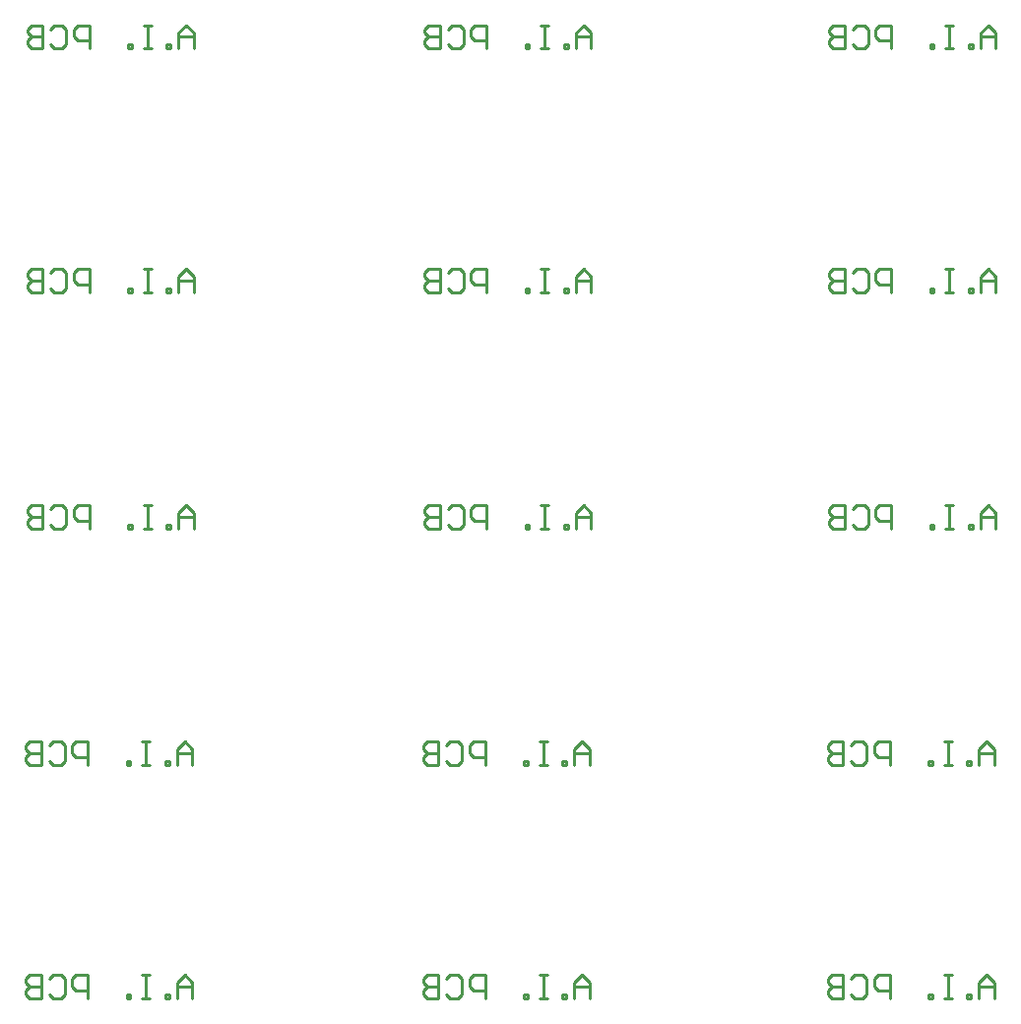
<source format=gbo>
G04 Layer_Color=32896*
%FSLAX25Y25*%
%MOIN*%
G70*
G01*
G75*
%ADD27C,0.01000*%
D27*
X93468Y61000D02*
Y66248D01*
X90845Y68871D01*
X88221Y66248D01*
Y61000D01*
Y64936D01*
X93468D01*
X85597Y61000D02*
Y62312D01*
X84285D01*
Y61000D01*
X85597D01*
X79037Y68871D02*
X76414D01*
X77725D01*
Y61000D01*
X79037D01*
X76414D01*
X72478D02*
Y62312D01*
X71166D01*
Y61000D01*
X72478D01*
X58047D02*
Y68871D01*
X54111D01*
X52799Y67560D01*
Y64936D01*
X54111Y63624D01*
X58047D01*
X44928Y67560D02*
X46240Y68871D01*
X48864D01*
X50175Y67560D01*
Y62312D01*
X48864Y61000D01*
X46240D01*
X44928Y62312D01*
X42304Y68871D02*
Y61000D01*
X38368D01*
X37056Y62312D01*
Y63624D01*
X38368Y64936D01*
X42304D01*
X38368D01*
X37056Y66248D01*
Y67560D01*
X38368Y68871D01*
X42304D01*
X364968Y61000D02*
Y66248D01*
X362345Y68871D01*
X359721Y66248D01*
Y61000D01*
Y64936D01*
X364968D01*
X357097Y61000D02*
Y62312D01*
X355785D01*
Y61000D01*
X357097D01*
X350537Y68871D02*
X347914D01*
X349226D01*
Y61000D01*
X350537D01*
X347914D01*
X343978D02*
Y62312D01*
X342666D01*
Y61000D01*
X343978D01*
X329547D02*
Y68871D01*
X325611D01*
X324299Y67560D01*
Y64936D01*
X325611Y63624D01*
X329547D01*
X316428Y67560D02*
X317740Y68871D01*
X320363D01*
X321675Y67560D01*
Y62312D01*
X320363Y61000D01*
X317740D01*
X316428Y62312D01*
X313804Y68871D02*
Y61000D01*
X309868D01*
X308556Y62312D01*
Y63624D01*
X309868Y64936D01*
X313804D01*
X309868D01*
X308556Y66248D01*
Y67560D01*
X309868Y68871D01*
X313804D01*
X227969Y61000D02*
Y66248D01*
X225345Y68871D01*
X222721Y66248D01*
Y61000D01*
Y64936D01*
X227969D01*
X220097Y61000D02*
Y62312D01*
X218785D01*
Y61000D01*
X220097D01*
X213538Y68871D02*
X210914D01*
X212226D01*
Y61000D01*
X213538D01*
X210914D01*
X206978D02*
Y62312D01*
X205666D01*
Y61000D01*
X206978D01*
X192547D02*
Y68871D01*
X188611D01*
X187299Y67560D01*
Y64936D01*
X188611Y63624D01*
X192547D01*
X179428Y67560D02*
X180740Y68871D01*
X183363D01*
X184675Y67560D01*
Y62312D01*
X183363Y61000D01*
X180740D01*
X179428Y62312D01*
X176804Y68871D02*
Y61000D01*
X172868D01*
X171556Y62312D01*
Y63624D01*
X172868Y64936D01*
X176804D01*
X172868D01*
X171556Y66248D01*
Y67560D01*
X172868Y68871D01*
X176804D01*
X228468Y382500D02*
Y387748D01*
X225845Y390371D01*
X223221Y387748D01*
Y382500D01*
Y386436D01*
X228468D01*
X220597Y382500D02*
Y383812D01*
X219285D01*
Y382500D01*
X220597D01*
X214037Y390371D02*
X211414D01*
X212726D01*
Y382500D01*
X214037D01*
X211414D01*
X207478D02*
Y383812D01*
X206166D01*
Y382500D01*
X207478D01*
X193047D02*
Y390371D01*
X189111D01*
X187799Y389060D01*
Y386436D01*
X189111Y385124D01*
X193047D01*
X179928Y389060D02*
X181240Y390371D01*
X183863D01*
X185175Y389060D01*
Y383812D01*
X183863Y382500D01*
X181240D01*
X179928Y383812D01*
X177304Y390371D02*
Y382500D01*
X173368D01*
X172056Y383812D01*
Y385124D01*
X173368Y386436D01*
X177304D01*
X173368D01*
X172056Y387748D01*
Y389060D01*
X173368Y390371D01*
X177304D01*
X365469Y382500D02*
Y387748D01*
X362845Y390371D01*
X360221Y387748D01*
Y382500D01*
Y386436D01*
X365469D01*
X357597Y382500D02*
Y383812D01*
X356285D01*
Y382500D01*
X357597D01*
X351038Y390371D02*
X348414D01*
X349726D01*
Y382500D01*
X351038D01*
X348414D01*
X344478D02*
Y383812D01*
X343166D01*
Y382500D01*
X344478D01*
X330047D02*
Y390371D01*
X326111D01*
X324799Y389060D01*
Y386436D01*
X326111Y385124D01*
X330047D01*
X316928Y389060D02*
X318240Y390371D01*
X320864D01*
X322175Y389060D01*
Y383812D01*
X320864Y382500D01*
X318240D01*
X316928Y383812D01*
X314304Y390371D02*
Y382500D01*
X310368D01*
X309056Y383812D01*
Y385124D01*
X310368Y386436D01*
X314304D01*
X310368D01*
X309056Y387748D01*
Y389060D01*
X310368Y390371D01*
X314304D01*
X93968Y382500D02*
Y387748D01*
X91345Y390371D01*
X88721Y387748D01*
Y382500D01*
Y386436D01*
X93968D01*
X86097Y382500D02*
Y383812D01*
X84785D01*
Y382500D01*
X86097D01*
X79537Y390371D02*
X76914D01*
X78225D01*
Y382500D01*
X79537D01*
X76914D01*
X72978D02*
Y383812D01*
X71666D01*
Y382500D01*
X72978D01*
X58547D02*
Y390371D01*
X54611D01*
X53299Y389060D01*
Y386436D01*
X54611Y385124D01*
X58547D01*
X45428Y389060D02*
X46740Y390371D01*
X49363D01*
X50675Y389060D01*
Y383812D01*
X49363Y382500D01*
X46740D01*
X45428Y383812D01*
X42804Y390371D02*
Y382500D01*
X38868D01*
X37556Y383812D01*
Y385124D01*
X38868Y386436D01*
X42804D01*
X38868D01*
X37556Y387748D01*
Y389060D01*
X38868Y390371D01*
X42804D01*
X228468Y300000D02*
Y305248D01*
X225845Y307872D01*
X223221Y305248D01*
Y300000D01*
Y303936D01*
X228468D01*
X220597Y300000D02*
Y301312D01*
X219285D01*
Y300000D01*
X220597D01*
X214037Y307872D02*
X211414D01*
X212726D01*
Y300000D01*
X214037D01*
X211414D01*
X207478D02*
Y301312D01*
X206166D01*
Y300000D01*
X207478D01*
X193047D02*
Y307872D01*
X189111D01*
X187799Y306560D01*
Y303936D01*
X189111Y302624D01*
X193047D01*
X179928Y306560D02*
X181240Y307872D01*
X183863D01*
X185175Y306560D01*
Y301312D01*
X183863Y300000D01*
X181240D01*
X179928Y301312D01*
X177304Y307872D02*
Y300000D01*
X173368D01*
X172056Y301312D01*
Y302624D01*
X173368Y303936D01*
X177304D01*
X173368D01*
X172056Y305248D01*
Y306560D01*
X173368Y307872D01*
X177304D01*
X365469Y300000D02*
Y305248D01*
X362845Y307872D01*
X360221Y305248D01*
Y300000D01*
Y303936D01*
X365469D01*
X357597Y300000D02*
Y301312D01*
X356285D01*
Y300000D01*
X357597D01*
X351038Y307872D02*
X348414D01*
X349726D01*
Y300000D01*
X351038D01*
X348414D01*
X344478D02*
Y301312D01*
X343166D01*
Y300000D01*
X344478D01*
X330047D02*
Y307872D01*
X326111D01*
X324799Y306560D01*
Y303936D01*
X326111Y302624D01*
X330047D01*
X316928Y306560D02*
X318240Y307872D01*
X320864D01*
X322175Y306560D01*
Y301312D01*
X320864Y300000D01*
X318240D01*
X316928Y301312D01*
X314304Y307872D02*
Y300000D01*
X310368D01*
X309056Y301312D01*
Y302624D01*
X310368Y303936D01*
X314304D01*
X310368D01*
X309056Y305248D01*
Y306560D01*
X310368Y307872D01*
X314304D01*
X93968Y300000D02*
Y305248D01*
X91345Y307872D01*
X88721Y305248D01*
Y300000D01*
Y303936D01*
X93968D01*
X86097Y300000D02*
Y301312D01*
X84785D01*
Y300000D01*
X86097D01*
X79537Y307872D02*
X76914D01*
X78225D01*
Y300000D01*
X79537D01*
X76914D01*
X72978D02*
Y301312D01*
X71666D01*
Y300000D01*
X72978D01*
X58547D02*
Y307872D01*
X54611D01*
X53299Y306560D01*
Y303936D01*
X54611Y302624D01*
X58547D01*
X45428Y306560D02*
X46740Y307872D01*
X49363D01*
X50675Y306560D01*
Y301312D01*
X49363Y300000D01*
X46740D01*
X45428Y301312D01*
X42804Y307872D02*
Y300000D01*
X38868D01*
X37556Y301312D01*
Y302624D01*
X38868Y303936D01*
X42804D01*
X38868D01*
X37556Y305248D01*
Y306560D01*
X38868Y307872D01*
X42804D01*
X227969Y140000D02*
Y145248D01*
X225345Y147871D01*
X222721Y145248D01*
Y140000D01*
Y143936D01*
X227969D01*
X220097Y140000D02*
Y141312D01*
X218785D01*
Y140000D01*
X220097D01*
X213538Y147871D02*
X210914D01*
X212226D01*
Y140000D01*
X213538D01*
X210914D01*
X206978D02*
Y141312D01*
X205666D01*
Y140000D01*
X206978D01*
X192547D02*
Y147871D01*
X188611D01*
X187299Y146560D01*
Y143936D01*
X188611Y142624D01*
X192547D01*
X179428Y146560D02*
X180740Y147871D01*
X183363D01*
X184675Y146560D01*
Y141312D01*
X183363Y140000D01*
X180740D01*
X179428Y141312D01*
X176804Y147871D02*
Y140000D01*
X172868D01*
X171556Y141312D01*
Y142624D01*
X172868Y143936D01*
X176804D01*
X172868D01*
X171556Y145248D01*
Y146560D01*
X172868Y147871D01*
X176804D01*
X364968Y140000D02*
Y145248D01*
X362345Y147871D01*
X359721Y145248D01*
Y140000D01*
Y143936D01*
X364968D01*
X357097Y140000D02*
Y141312D01*
X355785D01*
Y140000D01*
X357097D01*
X350537Y147871D02*
X347914D01*
X349226D01*
Y140000D01*
X350537D01*
X347914D01*
X343978D02*
Y141312D01*
X342666D01*
Y140000D01*
X343978D01*
X329547D02*
Y147871D01*
X325611D01*
X324299Y146560D01*
Y143936D01*
X325611Y142624D01*
X329547D01*
X316428Y146560D02*
X317740Y147871D01*
X320363D01*
X321675Y146560D01*
Y141312D01*
X320363Y140000D01*
X317740D01*
X316428Y141312D01*
X313804Y147871D02*
Y140000D01*
X309868D01*
X308556Y141312D01*
Y142624D01*
X309868Y143936D01*
X313804D01*
X309868D01*
X308556Y145248D01*
Y146560D01*
X309868Y147871D01*
X313804D01*
X93468Y140000D02*
Y145248D01*
X90845Y147871D01*
X88221Y145248D01*
Y140000D01*
Y143936D01*
X93468D01*
X85597Y140000D02*
Y141312D01*
X84285D01*
Y140000D01*
X85597D01*
X79037Y147871D02*
X76414D01*
X77725D01*
Y140000D01*
X79037D01*
X76414D01*
X72478D02*
Y141312D01*
X71166D01*
Y140000D01*
X72478D01*
X58047D02*
Y147871D01*
X54111D01*
X52799Y146560D01*
Y143936D01*
X54111Y142624D01*
X58047D01*
X44928Y146560D02*
X46240Y147871D01*
X48864D01*
X50175Y146560D01*
Y141312D01*
X48864Y140000D01*
X46240D01*
X44928Y141312D01*
X42304Y147871D02*
Y140000D01*
X38368D01*
X37056Y141312D01*
Y142624D01*
X38368Y143936D01*
X42304D01*
X38368D01*
X37056Y145248D01*
Y146560D01*
X38368Y147871D01*
X42304D01*
X228468Y220000D02*
Y225248D01*
X225845Y227871D01*
X223221Y225248D01*
Y220000D01*
Y223936D01*
X228468D01*
X220597Y220000D02*
Y221312D01*
X219285D01*
Y220000D01*
X220597D01*
X214037Y227871D02*
X211414D01*
X212726D01*
Y220000D01*
X214037D01*
X211414D01*
X207478D02*
Y221312D01*
X206166D01*
Y220000D01*
X207478D01*
X193047D02*
Y227871D01*
X189111D01*
X187799Y226560D01*
Y223936D01*
X189111Y222624D01*
X193047D01*
X179928Y226560D02*
X181240Y227871D01*
X183863D01*
X185175Y226560D01*
Y221312D01*
X183863Y220000D01*
X181240D01*
X179928Y221312D01*
X177304Y227871D02*
Y220000D01*
X173368D01*
X172056Y221312D01*
Y222624D01*
X173368Y223936D01*
X177304D01*
X173368D01*
X172056Y225248D01*
Y226560D01*
X173368Y227871D01*
X177304D01*
X365469Y220000D02*
Y225248D01*
X362845Y227871D01*
X360221Y225248D01*
Y220000D01*
Y223936D01*
X365469D01*
X357597Y220000D02*
Y221312D01*
X356285D01*
Y220000D01*
X357597D01*
X351038Y227871D02*
X348414D01*
X349726D01*
Y220000D01*
X351038D01*
X348414D01*
X344478D02*
Y221312D01*
X343166D01*
Y220000D01*
X344478D01*
X330047D02*
Y227871D01*
X326111D01*
X324799Y226560D01*
Y223936D01*
X326111Y222624D01*
X330047D01*
X316928Y226560D02*
X318240Y227871D01*
X320864D01*
X322175Y226560D01*
Y221312D01*
X320864Y220000D01*
X318240D01*
X316928Y221312D01*
X314304Y227871D02*
Y220000D01*
X310368D01*
X309056Y221312D01*
Y222624D01*
X310368Y223936D01*
X314304D01*
X310368D01*
X309056Y225248D01*
Y226560D01*
X310368Y227871D01*
X314304D01*
X93968Y220000D02*
Y225248D01*
X91345Y227871D01*
X88721Y225248D01*
Y220000D01*
Y223936D01*
X93968D01*
X86097Y220000D02*
Y221312D01*
X84785D01*
Y220000D01*
X86097D01*
X79537Y227871D02*
X76914D01*
X78225D01*
Y220000D01*
X79537D01*
X76914D01*
X72978D02*
Y221312D01*
X71666D01*
Y220000D01*
X72978D01*
X58547D02*
Y227871D01*
X54611D01*
X53299Y226560D01*
Y223936D01*
X54611Y222624D01*
X58547D01*
X45428Y226560D02*
X46740Y227871D01*
X49363D01*
X50675Y226560D01*
Y221312D01*
X49363Y220000D01*
X46740D01*
X45428Y221312D01*
X42804Y227871D02*
Y220000D01*
X38868D01*
X37556Y221312D01*
Y222624D01*
X38868Y223936D01*
X42804D01*
X38868D01*
X37556Y225248D01*
Y226560D01*
X38868Y227871D01*
X42804D01*
M02*

</source>
